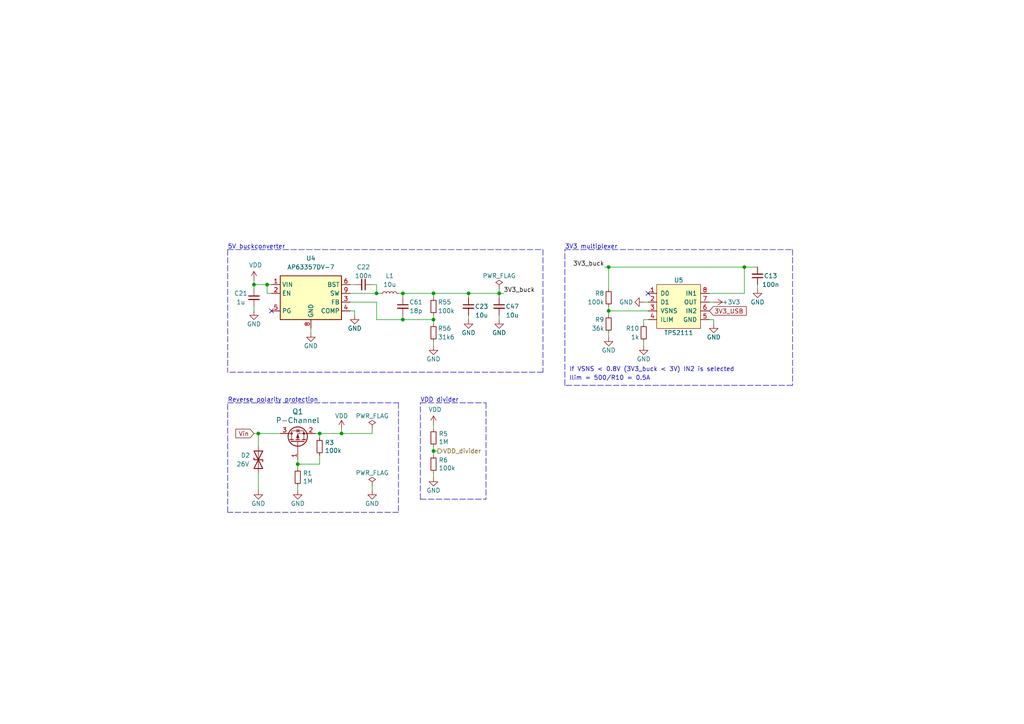
<source format=kicad_sch>
(kicad_sch (version 20211123) (generator eeschema)
  (paper "A4")
  (title_block (title "4x38W amp with DSP and BT") (date "2022-02-12") (rev "1.1") (company "ZOUDIO"))
  (lib_symbols
    (symbol "Device:C_Small" (pin_numbers hide) (pin_names (offset 0.254) hide)
      (property "Reference" "C" (at 0.254 1.778 0))
      (property "Value" "C_Small" (at 0.254 -2.032 0))
      (symbol "C_Small_0_1"
        (polyline (pts (xy -1.524 -0.508) (xy 1.524 -0.508)) (stroke (width 0.3302)))
        (polyline (pts (xy -1.524 0.508) (xy 1.524 0.508)) (stroke (width 0.3048)))
      )
      (symbol "C_Small_1_1"
        (pin passive line (at 0 2.54 270) (length 2.032) (name "~") (number "1"))
        (pin passive line (at 0 -2.54 90) (length 2.032) (name "~") (number "2"))
      )
    )
    (symbol "Device:D_TVS" (pin_numbers hide) (pin_names (offset 1.016) hide)
      (property "Reference" "D" (at 0 2.54 0))
      (property "Value" "D_TVS" (at 0 -2.54 0))
      (symbol "D_TVS_0_1"
        (polyline (pts (xy 1.27 0) (xy -1.27 0)))
        (polyline (pts (xy 0.508 1.27) (xy 0 1.27) (xy 0 -1.27) (xy -0.508 -1.27)) (stroke (width 0.254)))
        (polyline (pts (xy -2.54 1.27) (xy -2.54 -1.27) (xy 2.54 1.27) (xy 2.54 -1.27) (xy -2.54 1.27)) (stroke (width 0.254)))
      )
      (symbol "D_TVS_1_1"
        (pin passive line (at -3.81 0 0) (length 2.54) (name "A1") (number "1"))
        (pin passive line (at 3.81 0 180) (length 2.54) (name "A2") (number "2"))
      )
    )
    (symbol "Device:L_Small" (pin_numbers hide) (pin_names (offset 0.254) hide)
      (property "Reference" "L" (at 0.762 1.016 0))
      (property "Value" "L_Small" (at 0.762 -1.016 0))
      (symbol "L_Small_0_1"
        (arc (start 0 -2.032) (mid 0.508 -1.524) (end 0 -1.016))
        (arc (start 0 -1.016) (mid 0.508 -0.508) (end 0 0))
        (arc (start 0 0) (mid 0.508 0.508) (end 0 1.016))
        (arc (start 0 1.016) (mid 0.508 1.524) (end 0 2.032))
      )
      (symbol "L_Small_1_1"
        (pin passive line (at 0 2.54 270) (length 0.508) (name "~") (number "1"))
        (pin passive line (at 0 -2.54 90) (length 0.508) (name "~") (number "2"))
      )
    )
    (symbol "Device:Q_PMOS_GSD" (pin_names (offset 0) hide)
      (property "Reference" "Q" (at 5.08 1.27 0))
      (property "Value" "Q_PMOS_GSD" (at 5.08 -1.27 0))
      (symbol "Q_PMOS_GSD_0_1"
        (polyline (pts (xy 0.254 0) (xy -2.54 0)))
        (polyline (pts (xy 0.254 1.905) (xy 0.254 -1.905)) (stroke (width 0.254)))
        (polyline (pts (xy 0.762 -1.27) (xy 0.762 -2.286)) (stroke (width 0.254)))
        (polyline (pts (xy 0.762 0.508) (xy 0.762 -0.508)) (stroke (width 0.254)))
        (polyline (pts (xy 0.762 2.286) (xy 0.762 1.27)) (stroke (width 0.254)))
        (polyline (pts (xy 2.54 2.54) (xy 2.54 1.778)))
        (polyline (pts (xy 2.54 -2.54) (xy 2.54 0) (xy 0.762 0)))
        (polyline (pts (xy 0.762 1.778) (xy 3.302 1.778) (xy 3.302 -1.778) (xy 0.762 -1.778)))
        (polyline (pts (xy 2.286 0) (xy 1.27 0.381) (xy 1.27 -0.381) (xy 2.286 0)) (fill (type outline)))
        (polyline (pts (xy 2.794 -0.508) (xy 2.921 -0.381) (xy 3.683 -0.381) (xy 3.81 -0.254)))
        (polyline (pts (xy 3.302 -0.381) (xy 2.921 0.254) (xy 3.683 0.254) (xy 3.302 -0.381)))
        (circle (center 1.651 0) (radius 2.794) (stroke (width 0.254)))
        (circle (center 2.54 -1.778) (radius 0.254) (fill (type outline)))
        (circle (center 2.54 1.778) (radius 0.254) (fill (type outline)))
      )
      (symbol "Q_PMOS_GSD_1_1"
        (pin input line (at -5.08 0 0) (length 2.54) (name "G") (number "1"))
        (pin passive line (at 2.54 -5.08 90) (length 2.54) (name "S") (number "2"))
        (pin passive line (at 2.54 5.08 270) (length 2.54) (name "D") (number "3"))
      )
    )
    (symbol "Device:R_Small" (pin_numbers hide) (pin_names (offset 0.254) hide)
      (property "Reference" "R" (at 0.762 0.508 0))
      (property "Value" "R_Small" (at 0.762 -1.016 0))
      (symbol "R_Small_0_1"
        (rectangle (start -0.762 1.778) (end 0.762 -1.778) (stroke (width 0.2032)))
      )
      (symbol "R_Small_1_1"
        (pin passive line (at 0 2.54 270) (length 0.762) (name "~") (number "1"))
        (pin passive line (at 0 -2.54 90) (length 0.762) (name "~") (number "2"))
      )
    )
    (symbol "power:+3V3" (power) (pin_names (offset 0))
      (property "Value" "+3V3" (at 0 3.556 0))
      (symbol "+3V3_0_1"
        (polyline (pts (xy -0.762 1.27) (xy 0 2.54)))
        (polyline (pts (xy 0 0) (xy 0 2.54)))
        (polyline (pts (xy 0 2.54) (xy 0.762 1.27)))
      )
      (symbol "+3V3_1_1"
        (pin power_in line (at 0 0 90) (length 0) hide (name "+3V3") (number "1"))
      )
    )
    (symbol "power:GND" (power) (pin_names (offset 0))
      (property "Value" "GND" (at 0 -3.81 0))
      (symbol "GND_0_1"
        (polyline (pts (xy 0 0) (xy 0 -1.27) (xy 1.27 -1.27) (xy 0 -2.54) (xy -1.27 -1.27) (xy 0 -1.27)))
      )
      (symbol "GND_1_1"
        (pin power_in line (at 0 0 270) (length 0) hide (name "GND") (number "1"))
      )
    )
    (symbol "power:PWR_FLAG" (power) (pin_numbers hide) (pin_names (offset 0) hide)
      (property "Value" "PWR_FLAG" (at 0 3.81 0))
      (symbol "PWR_FLAG_0_0"
        (pin power_out line (at 0 0 90) (length 0) (name "pwr") (number "1"))
      )
      (symbol "PWR_FLAG_0_1"
        (polyline (pts (xy 0 0) (xy 0 1.27) (xy -1.016 1.905) (xy 0 2.54) (xy 1.016 1.905) (xy 0 1.27)))
      )
    )
    (symbol "power:VDD" (power) (pin_names (offset 0))
      (property "Value" "VDD" (at 0 3.81 0))
      (symbol "VDD_0_1"
        (polyline (pts (xy -0.762 1.27) (xy 0 2.54)))
        (polyline (pts (xy 0 0) (xy 0 2.54)))
        (polyline (pts (xy 0 2.54) (xy 0.762 1.27)))
      )
      (symbol "VDD_1_1"
        (pin power_in line (at 0 0 90) (length 0) hide (name "VDD") (number "1"))
      )
    )
    (symbol "zoudio_symbols:AP63357DV-7"
      (property "Reference" "U" (at -8.89 8.89 0))
      (property "Value" "AP63357DV-7" (at -3.175 8.89 0))
      (symbol "AP63357DV-7_0_1"
        (rectangle (start -8.89 7.62) (end 8.89 -5.08) (stroke (width 0.254)) (fill (type background)))
      )
      (symbol "AP63357DV-7_1_1"
        (pin power_in line (at -11.43 5.08 0) (length 2.54) (name "VIN") (number "1"))
        (pin input line (at -11.43 2.54 0) (length 2.54) (name "EN") (number "2"))
        (pin input line (at 11.43 0 180) (length 2.54) (name "FB") (number "3"))
        (pin input line (at 11.43 -2.54 180) (length 2.54) (name "COMP") (number "4"))
        (pin output line (at -11.43 -2.54 0) (length 2.54) (name "PG") (number "5"))
        (pin input line (at 11.43 5.08 180) (length 2.54) (name "BST") (number "6"))
        (pin power_in line (at 0 -7.62 90) (length 2.54) (name "GND") (number "8"))
        (pin power_out line (at 11.43 2.54 180) (length 2.54) (name "SW") (number "9"))
      )
    )
    (symbol "zoudio_symbols:TPS211xA" (pin_names (offset 1.016))
      (property "Reference" "U" (at 0 7.62 0))
      (property "Value" "TPS211xA" (at 0 -7.62 0))
      (symbol "TPS211xA_0_1"
        (rectangle (start -6.35 6.35) (end 6.35 -6.35) (fill (type background)))
      )
      (symbol "TPS211xA_1_1"
        (pin input line (at -8.89 3.81 0) (length 2.54) (name "D0") (number "1"))
        (pin input line (at -8.89 1.27 0) (length 2.54) (name "D1") (number "2"))
        (pin input line (at -8.89 -1.27 0) (length 2.54) (name "VSNS") (number "3"))
        (pin input line (at -8.89 -3.81 0) (length 2.54) (name "ILIM") (number "4"))
        (pin power_in line (at 8.89 -3.81 180) (length 2.54) (name "GND") (number "5"))
        (pin power_in line (at 8.89 -1.27 180) (length 2.54) (name "IN2") (number "6"))
        (pin power_out line (at 8.89 1.27 180) (length 2.54) (name "OUT") (number "7"))
        (pin power_in line (at 8.89 3.81 180) (length 2.54) (name "IN1") (number "8"))
      )
    )
  )
  (junction (at 92.71 125.73))
  (junction (at 109.22 85.09))
  (junction (at 99.06 125.73))
  (junction (at 125.73 85.09))
  (junction (at 176.53 90.17))
  (junction (at 86.36 134.62))
  (junction (at 116.84 92.71))
  (junction (at 74.93 125.73))
  (junction (at 77.47 82.55))
  (junction (at 176.53 77.47))
  (junction (at 135.89 85.09))
  (junction (at 73.66 82.55))
  (junction (at 144.78 85.09))
  (junction (at 215.9 77.47))
  (junction (at 125.73 92.71))
  (junction (at 125.73 130.81))
  (junction (at 116.84 85.09))
  (no_connect (at 78.74 90.17))
  (no_connect (at 187.96 85.09))
  (wire (pts (xy 86.36 134.62) (xy 92.71 134.62)))
  (wire (pts (xy 135.89 92.71) (xy 135.89 91.44)))
  (wire (pts (xy 176.53 90.17) (xy 187.96 90.17)))
  (wire (pts (xy 186.69 93.98) (xy 186.69 92.71)))
  (wire (pts (xy 74.93 125.73) (xy 74.93 129.54)))
  (wire (pts (xy 186.69 92.71) (xy 187.96 92.71)))
  (wire (pts (xy 186.69 87.63) (xy 187.96 87.63)))
  (wire (pts (xy 77.47 82.55) (xy 78.74 82.55)))
  (wire (pts (xy 215.9 77.47) (xy 219.71 77.47)))
  (wire (pts (xy 186.69 99.06) (xy 186.69 100.33)))
  (wire (pts (xy 109.22 87.63) (xy 109.22 92.71)))
  (wire (pts (xy 107.95 82.55) (xy 109.22 82.55)))
  (wire (pts (xy 116.84 92.71) (xy 125.73 92.71)))
  (wire (pts (xy 99.06 124.46) (xy 99.06 125.73)))
  (wire (pts (xy 127 130.81) (xy 125.73 130.81)))
  (wire (pts (xy 116.84 85.09) (xy 115.57 85.09)))
  (wire (pts (xy 116.84 91.44) (xy 116.84 92.71)))
  (wire (pts (xy 73.66 125.73) (xy 74.93 125.73)))
  (polyline (pts (xy 140.97 116.84) (xy 140.97 144.78)))
  (wire (pts (xy 125.73 137.16) (xy 125.73 138.43)))
  (polyline (pts (xy 115.57 148.59) (xy 66.04 148.59)))
  (polyline (pts (xy 163.83 72.39) (xy 229.87 72.39)))
  (polyline (pts (xy 157.48 72.39) (xy 157.48 107.95)))
  (wire (pts (xy 125.73 123.19) (xy 125.73 124.46)))
  (wire (pts (xy 207.01 93.98) (xy 207.01 92.71)))
  (polyline (pts (xy 229.87 111.76) (xy 163.83 111.76)))
  (polyline (pts (xy 66.04 116.84) (xy 115.57 116.84)))
  (wire (pts (xy 175.26 77.47) (xy 176.53 77.47)))
  (wire (pts (xy 77.47 82.55) (xy 77.47 85.09)))
  (wire (pts (xy 125.73 85.09) (xy 135.89 85.09)))
  (polyline (pts (xy 121.92 116.84) (xy 140.97 116.84)))
  (wire (pts (xy 109.22 85.09) (xy 110.49 85.09)))
  (wire (pts (xy 135.89 85.09) (xy 144.78 85.09)))
  (wire (pts (xy 125.73 85.09) (xy 125.73 86.36)))
  (wire (pts (xy 86.36 142.24) (xy 86.36 140.97)))
  (wire (pts (xy 144.78 83.82) (xy 144.78 85.09)))
  (polyline (pts (xy 66.04 148.59) (xy 66.04 116.84)))
  (wire (pts (xy 215.9 77.47) (xy 215.9 85.09)))
  (wire (pts (xy 73.66 82.55) (xy 77.47 82.55)))
  (wire (pts (xy 144.78 92.71) (xy 144.78 91.44)))
  (wire (pts (xy 86.36 133.35) (xy 86.36 134.62)))
  (wire (pts (xy 73.66 82.55) (xy 73.66 83.82)))
  (wire (pts (xy 92.71 132.08) (xy 92.71 134.62)))
  (polyline (pts (xy 157.48 107.95) (xy 66.04 107.95)))
  (polyline (pts (xy 115.57 116.84) (xy 115.57 148.59)))
  (wire (pts (xy 99.06 125.73) (xy 107.95 125.73)))
  (wire (pts (xy 102.87 90.17) (xy 101.6 90.17)))
  (wire (pts (xy 109.22 92.71) (xy 116.84 92.71)))
  (wire (pts (xy 219.71 82.55) (xy 219.71 83.82)))
  (polyline (pts (xy 121.92 144.78) (xy 121.92 116.84)))
  (wire (pts (xy 90.17 95.25) (xy 90.17 96.52)))
  (wire (pts (xy 144.78 85.09) (xy 144.78 86.36)))
  (wire (pts (xy 125.73 129.54) (xy 125.73 130.81)))
  (wire (pts (xy 215.9 85.09) (xy 205.74 85.09)))
  (wire (pts (xy 73.66 90.17) (xy 73.66 88.9)))
  (wire (pts (xy 146.05 85.09) (xy 144.78 85.09)))
  (wire (pts (xy 116.84 86.36) (xy 116.84 85.09)))
  (wire (pts (xy 125.73 99.06) (xy 125.73 100.33)))
  (wire (pts (xy 176.53 83.82) (xy 176.53 77.47)))
  (wire (pts (xy 125.73 92.71) (xy 125.73 93.98)))
  (wire (pts (xy 176.53 96.52) (xy 176.53 97.79)))
  (wire (pts (xy 107.95 125.73) (xy 107.95 124.46)))
  (wire (pts (xy 135.89 85.09) (xy 135.89 86.36)))
  (wire (pts (xy 176.53 88.9) (xy 176.53 90.17)))
  (polyline (pts (xy 163.83 111.76) (xy 163.83 72.39)))
  (wire (pts (xy 205.74 87.63) (xy 207.01 87.63)))
  (wire (pts (xy 176.53 77.47) (xy 215.9 77.47)))
  (wire (pts (xy 99.06 125.73) (xy 92.71 125.73)))
  (wire (pts (xy 86.36 134.62) (xy 86.36 135.89)))
  (wire (pts (xy 116.84 85.09) (xy 125.73 85.09)))
  (wire (pts (xy 92.71 125.73) (xy 91.44 125.73)))
  (wire (pts (xy 74.93 137.16) (xy 74.93 142.24)))
  (polyline (pts (xy 229.87 72.39) (xy 229.87 111.76)))
  (wire (pts (xy 92.71 127) (xy 92.71 125.73)))
  (wire (pts (xy 125.73 130.81) (xy 125.73 132.08)))
  (wire (pts (xy 77.47 85.09) (xy 78.74 85.09)))
  (wire (pts (xy 74.93 125.73) (xy 81.28 125.73)))
  (wire (pts (xy 176.53 90.17) (xy 176.53 91.44)))
  (wire (pts (xy 109.22 85.09) (xy 101.6 85.09)))
  (wire (pts (xy 125.73 91.44) (xy 125.73 92.71)))
  (wire (pts (xy 102.87 91.44) (xy 102.87 90.17)))
  (wire (pts (xy 207.01 92.71) (xy 205.74 92.71)))
  (polyline (pts (xy 66.04 72.39) (xy 157.48 72.39)))
  (polyline (pts (xy 66.04 72.39) (xy 66.04 107.95)))
  (wire (pts (xy 101.6 82.55) (xy 102.87 82.55)))
  (wire (pts (xy 109.22 82.55) (xy 109.22 85.09)))
  (wire (pts (xy 107.95 140.97) (xy 107.95 142.24)))
  (wire (pts (xy 73.66 81.28) (xy 73.66 82.55)))
  (polyline (pts (xy 121.92 144.78) (xy 140.97 144.78)))
  (wire (pts (xy 101.6 87.63) (xy 109.22 87.63)))
  (text "5V buckconverter" (at 66.04 72.39 0) (effects (font (size 1.27 1.27)) (justify left bottom)))
  (text "Ilim = 500/R10 = 0.5A" (at 165.1 110.49 0) (effects (font (size 1.27 1.27)) (justify left bottom)))
  (text "If VSNS < 0.8V (3V3_buck < 3V) IN2 is selected" (at 165.1 107.95 0) (effects (font (size 1.27 1.27)) (justify left bottom)))
  (text "3V3 multiplexer" (at 163.83 72.39 0) (effects (font (size 1.27 1.27)) (justify left bottom)))
  (text "VDD divider" (at 121.92 116.84 0) (effects (font (size 1.27 1.27)) (justify left bottom)))
  (text "Reverse polarity protection" (at 66.04 116.84 0) (effects (font (size 1.27 1.27)) (justify left bottom)))
  (label "3V3_buck" (at 146.05 85.09 0))
  (label "3V3_buck" (at 175.26 77.47 180))
  (global_label "Vin" (shape input) (at 73.66 125.73 180) (property "Intersheet References" "${INTERSHEET_REFS}" (effects hide)))
  (global_label "3V3_USB" (shape input) (at 205.74 90.17 0) (property "Intersheet References" "${INTERSHEET_REFS}" (effects hide)))
  (hierarchical_label "VDD_divider" (shape output) (at 127 130.81 0))
  (symbol (lib_id "Device:R_Small") (at 176.53 86.36 180) (unit 1)
    (property "Reference" "R8" (at 175.26 85.09 0) (effects (justify left)))
    (property "Value" "100k" (at 175.26 87.63 0) (effects (justify left)))
    (property "Footprint" "Resistor_SMD:R_0603_1608Metric" (effects hide))
    (property "Manufacturer" "Yageo" (effects hide))
    (property "Partnumber" "RC0603FR-07100KL" (effects hide))
  )
  (symbol (lib_id "Device:R_Small") (at 176.53 93.98 180) (unit 1)
    (property "Reference" "R9" (at 175.26 92.71 0) (effects (justify left)))
    (property "Value" "36k" (at 175.26 95.25 0) (effects (justify left)))
    (property "Footprint" "Resistor_SMD:R_0603_1608Metric" (effects hide))
    (property "Manufacturer" "Yageo" (effects hide))
    (property "Partnumber" "RC0603FR-0736KL" (effects hide))
  )
  (symbol (lib_id "Device:Q_PMOS_GSD") (at 86.36 128.27 90) (unit 1)
    (property "Reference" "Q1" (at 86.36 119.38 90) (effects (font (size 1.524 1.524))))
    (property "Value" "P-Channel" (at 86.36 121.92 90) (effects (font (size 1.524 1.524))))
    (property "Footprint" "zoudio_footprints:SOIC8_mosfet" (effects hide))
    (property "Manufacturer" "Infineon" (effects hide))
    (property "Partnumber" "IRF9393TRPBF" (effects hide))
  )
  (symbol (lib_id "Device:R_Small") (at 86.36 138.43 0) (unit 1)
    (property "Reference" "R1" (at 87.8586 137.2616 0) (effects (justify left)))
    (property "Value" "1M" (at 87.8586 139.573 0) (effects (justify left)))
    (property "Footprint" "Resistor_SMD:R_0603_1608Metric" (effects hide))
    (property "Manufacturer" "Yageo" (effects hide))
    (property "Partnumber" "RC0603FR-071ML" (effects hide))
  )
  (symbol (lib_id "Device:D_TVS") (at 74.93 133.35 270) (unit 1)
    (property "Reference" "D2" (at 69.85 132.08 90) (effects (justify left)))
    (property "Value" "26V" (at 68.58 134.62 90) (effects (justify left)))
    (property "Footprint" "Diode_SMD:D_SMA" (effects hide))
    (property "Manufacturer" "Bourns" (effects hide))
    (property "Partnumber" "SMAJ26CA" (effects hide))
  )
  (symbol (lib_id "Device:R_Small") (at 92.71 129.54 0) (unit 1)
    (property "Reference" "R3" (at 94.2086 128.3716 0) (effects (justify left)))
    (property "Value" "100k" (at 94.2086 130.683 0) (effects (justify left)))
    (property "Footprint" "Resistor_SMD:R_0603_1608Metric" (effects hide))
    (property "Manufacturer" "Yageo" (effects hide))
    (property "Partnumber" "RC0603FR-07100KL" (effects hide))
  )
  (symbol (lib_id "power:VDD") (at 73.66 81.28 0) (unit 1)
    (property "Reference" "#PWR0128" (effects hide))
    (property "Value" "VDD" (at 74.0918 76.8858 0))
  )
  (symbol (lib_id "power:VDD") (at 125.73 123.19 0) (unit 1)
    (property "Reference" "#PWR0130" (effects hide))
    (property "Value" "VDD" (at 126.1618 118.7958 0))
  )
  (symbol (lib_id "Device:R_Small") (at 125.73 127 0) (unit 1)
    (property "Reference" "R5" (at 127.2286 125.8316 0) (effects (justify left)))
    (property "Value" "1M" (at 127.2286 128.143 0) (effects (justify left)))
    (property "Footprint" "Resistor_SMD:R_0603_1608Metric" (effects hide))
    (property "Manufacturer" "Yageo" (effects hide))
    (property "Partnumber" "RC0603FR-071ML" (effects hide))
  )
  (symbol (lib_id "Device:R_Small") (at 125.73 134.62 0) (unit 1)
    (property "Reference" "R6" (at 127.2286 133.4516 0) (effects (justify left)))
    (property "Value" "100k" (at 127.2286 135.763 0) (effects (justify left)))
    (property "Footprint" "Resistor_SMD:R_0603_1608Metric" (effects hide))
    (property "Manufacturer" "Yageo" (effects hide))
    (property "Partnumber" "RC0603FR-07100KL" (effects hide))
  )
  (symbol (lib_id "Device:C_Small") (at 135.89 88.9 0) (unit 1)
    (property "Reference" "C23" (at 139.7 88.9 0))
    (property "Value" "10u" (at 139.7 91.44 0))
    (property "Footprint" "Capacitor_SMD:C_0805_2012Metric" (effects hide))
    (property "Manufacturer" "Samsung" (effects hide))
    (property "Partnumber" "CL21A106KPFNNNG" (effects hide))
  )
  (symbol (lib_id "Device:C_Small") (at 144.78 88.9 0) (unit 1)
    (property "Reference" "C47" (at 148.59 88.9 0))
    (property "Value" "10u" (at 148.59 91.44 0))
    (property "Footprint" "Capacitor_SMD:C_0805_2012Metric" (effects hide))
    (property "Manufacturer" "Samsung" (effects hide))
    (property "Partnumber" "CL21A106KPFNNNG" (effects hide))
  )
  (symbol (lib_id "power:VDD") (at 99.06 124.46 0) (unit 1)
    (property "Reference" "#PWR0132" (effects hide))
    (property "Value" "VDD" (at 99.06 120.65 0))
  )
  (symbol (lib_id "power:PWR_FLAG") (at 144.78 83.82 0) (unit 1)
    (property "Reference" "#FLG0103" (effects hide))
    (property "Value" "PWR_FLAG" (at 144.78 80.01 0))
  )
  (symbol (lib_id "power:PWR_FLAG") (at 107.95 124.46 0) (unit 1)
    (property "Reference" "#FLG0101" (effects hide))
    (property "Value" "PWR_FLAG" (at 107.95 120.65 0))
  )
  (symbol (lib_id "power:GND") (at 73.66 90.17 0) (unit 1)
    (property "Reference" "#PWR0125" (effects hide))
    (property "Value" "GND" (at 73.66 93.98 0))
  )
  (symbol (lib_id "power:GND") (at 135.89 92.71 0) (unit 1)
    (property "Reference" "#PWR0126" (effects hide))
    (property "Value" "GND" (at 135.89 96.52 0))
  )
  (symbol (lib_id "power:GND") (at 144.78 92.71 0) (unit 1)
    (property "Reference" "#PWR0127" (effects hide))
    (property "Value" "GND" (at 144.78 96.52 0))
  )
  (symbol (lib_id "Device:L_Small") (at 113.03 85.09 90) (unit 1)
    (property "Reference" "L1" (at 113.03 80.01 90))
    (property "Value" "10u" (at 113.03 82.55 90))
    (property "Footprint" "Inductor_SMD:L_Bourns-SRN4018" (effects hide))
    (property "Manufacturer" "Bourns" (effects hide))
    (property "Partnumber" "SRN4012TA-100M" (effects hide))
  )
  (symbol (lib_id "power:GND") (at 125.73 138.43 0) (unit 1)
    (property "Reference" "#PWR0131" (effects hide))
    (property "Value" "GND" (at 125.73 142.24 0))
  )
  (symbol (lib_id "power:GND") (at 86.36 142.24 0) (unit 1)
    (property "Reference" "#PWR0133" (effects hide))
    (property "Value" "GND" (at 86.36 146.05 0))
  )
  (symbol (lib_id "power:GND") (at 74.93 142.24 0) (unit 1)
    (property "Reference" "#PWR0134" (effects hide))
    (property "Value" "GND" (at 74.93 146.05 0))
  )
  (symbol (lib_id "power:GND") (at 176.53 97.79 0) (unit 1)
    (property "Reference" "#PWR0136" (effects hide))
    (property "Value" "GND" (at 176.53 101.6 0))
  )
  (symbol (lib_id "zoudio_symbols:TPS211xA") (at 196.85 88.9 0) (unit 1)
    (property "Reference" "U5" (at 196.85 81.28 0))
    (property "Value" "TPS2111" (at 196.85 96.52 0))
    (property "Footprint" "Package_SO:TSSOP-8_4.4x3mm_P0.65mm" (effects hide))
    (property "Manufacturer" "Texas Instruments" (effects hide))
    (property "Partnumber" "TPS2111APWR" (effects hide))
  )
  (symbol (lib_id "power:+3V3") (at 207.01 87.63 270) (unit 1)
    (property "Reference" "#PWR0137" (effects hide))
    (property "Value" "+3V3" (at 212.09 87.63 90))
  )
  (symbol (lib_id "power:GND") (at 207.01 93.98 0) (unit 1)
    (property "Reference" "#PWR0138" (effects hide))
    (property "Value" "GND" (at 207.01 97.79 0))
  )
  (symbol (lib_id "Device:C_Small") (at 219.71 80.01 180) (unit 1)
    (property "Reference" "C13" (at 223.52 80.01 0))
    (property "Value" "100n" (at 223.52 82.55 0))
    (property "Footprint" "Capacitor_SMD:C_0603_1608Metric" (effects hide))
    (property "Manufacturer" "Murata" (effects hide))
    (property "Partnumber" "GCM188L81H104KA57D" (effects hide))
  )
  (symbol (lib_id "power:GND") (at 219.71 83.82 0) (unit 1)
    (property "Reference" "#PWR0139" (effects hide))
    (property "Value" "GND" (at 219.71 87.63 0))
  )
  (symbol (lib_id "power:GND") (at 186.69 87.63 270) (unit 1)
    (property "Reference" "#PWR0140" (effects hide))
    (property "Value" "GND" (at 181.61 87.63 90))
  )
  (symbol (lib_id "Device:R_Small") (at 186.69 96.52 180) (unit 1)
    (property "Reference" "R10" (at 185.42 95.25 0) (effects (justify left)))
    (property "Value" "1k" (at 185.42 97.79 0) (effects (justify left)))
    (property "Footprint" "Resistor_SMD:R_0603_1608Metric" (effects hide))
    (property "Manufacturer" "Yageo" (effects hide))
    (property "Partnumber" "RC0603FR-071KL" (effects hide))
  )
  (symbol (lib_id "power:GND") (at 186.69 100.33 0) (unit 1)
    (property "Reference" "#PWR0161" (effects hide))
    (property "Value" "GND" (at 186.69 104.14 0))
  )
  (symbol (lib_id "power:PWR_FLAG") (at 107.95 140.97 0) (unit 1)
    (property "Reference" "#FLG0104" (effects hide))
    (property "Value" "PWR_FLAG" (at 107.95 137.16 0))
  )
  (symbol (lib_id "power:GND") (at 107.95 142.24 0) (unit 1)
    (property "Reference" "#PWR0145" (effects hide))
    (property "Value" "GND" (at 107.95 146.05 0))
  )
  (symbol (lib_id "Device:R_Small") (at 125.73 96.52 0) (unit 1)
    (property "Reference" "R56" (at 127 95.25 0) (effects (justify left)))
    (property "Value" "31k6" (at 127 97.79 0) (effects (justify left)))
    (property "Footprint" "Resistor_SMD:R_0603_1608Metric" (effects hide))
    (property "Manufacturer" "Yageo" (effects hide))
    (property "Partnumber" "RC0603FR-071KL" (effects hide))
  )
  (symbol (lib_id "power:GND") (at 102.87 91.44 0) (unit 1)
    (property "Reference" "#PWR0129" (effects hide))
    (property "Value" "GND" (at 102.87 95.25 0))
  )
  (symbol (lib_id "power:GND") (at 90.17 96.52 0) (unit 1)
    (property "Reference" "#PWR0124" (effects hide))
    (property "Value" "GND" (at 90.17 100.33 0))
  )
  (symbol (lib_id "zoudio_symbols:AP63357DV-7") (at 90.17 87.63 0) (unit 1)
    (property "Reference" "U4" (at 90.17 74.93 0))
    (property "Value" "AP63357DV-7" (at 90.17 77.47 0))
    (property "Footprint" "zoudio_footprints:V-DFN3020-13" (effects hide))
  )
  (symbol (lib_id "power:GND") (at 125.73 100.33 0) (unit 1)
    (property "Reference" "#PWR0135" (effects hide))
    (property "Value" "GND" (at 125.73 104.14 0))
  )
  (symbol (lib_id "Device:C_Small") (at 73.66 86.36 0) (unit 1)
    (property "Reference" "C21" (at 69.85 85.09 0))
    (property "Value" "1u" (at 69.85 87.63 0))
    (property "Footprint" "Capacitor_SMD:C_0805_2012Metric" (effects hide))
    (property "Manufacturer" "Taiyo Yuden" (effects hide))
    (property "Partnumber" "UMK212B7105KG-T" (effects hide))
  )
  (symbol (lib_id "Device:R_Small") (at 125.73 88.9 0) (unit 1)
    (property "Reference" "R55" (at 127 87.63 0) (effects (justify left)))
    (property "Value" "100k" (at 127 90.17 0) (effects (justify left)))
    (property "Footprint" "Resistor_SMD:R_0603_1608Metric" (effects hide))
    (property "Manufacturer" "Yageo" (effects hide))
    (property "Partnumber" "RC0603FR-071KL" (effects hide))
  )
  (symbol (lib_id "Device:C_Small") (at 105.41 82.55 270) (unit 1)
    (property "Reference" "C22" (at 105.41 77.47 90))
    (property "Value" "100n" (at 105.41 80.01 90))
    (property "Footprint" "Capacitor_SMD:C_0603_1608Metric" (effects hide))
    (property "Manufacturer" "Murata" (effects hide))
    (property "Partnumber" "GCM188L81H104KA57D" (effects hide))
  )
  (symbol (lib_id "Device:C_Small") (at 116.84 88.9 0) (unit 1)
    (property "Reference" "C61" (at 120.65 87.63 0))
    (property "Value" "18p" (at 120.65 90.17 0))
    (property "Footprint" "Capacitor_SMD:C_0603_1608Metric" (effects hide))
    (property "Manufacturer" "Walsin" (effects hide))
    (property "Partnumber" "0603B104J500CT" (effects hide))
  )
)
</source>
